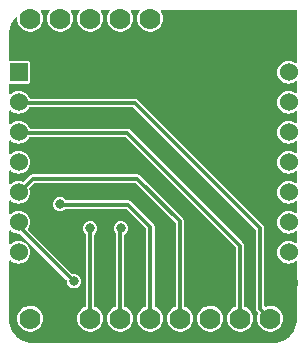
<source format=gbr>
%TF.GenerationSoftware,KiCad,Pcbnew,8.0.2*%
%TF.CreationDate,2024-05-28T14:09:15+02:00*%
%TF.ProjectId,Lora_2__BUS,4c6f7261-5f32-45fb-9542-55532e6b6963,rev?*%
%TF.SameCoordinates,Original*%
%TF.FileFunction,Copper,L2,Bot*%
%TF.FilePolarity,Positive*%
%FSLAX46Y46*%
G04 Gerber Fmt 4.6, Leading zero omitted, Abs format (unit mm)*
G04 Created by KiCad (PCBNEW 8.0.2) date 2024-05-28 14:09:15*
%MOMM*%
%LPD*%
G01*
G04 APERTURE LIST*
%TA.AperFunction,ComponentPad*%
%ADD10C,1.778000*%
%TD*%
%TA.AperFunction,ComponentPad*%
%ADD11R,1.524000X1.524000*%
%TD*%
%TA.AperFunction,ComponentPad*%
%ADD12C,1.524000*%
%TD*%
%TA.AperFunction,ViaPad*%
%ADD13C,0.800000*%
%TD*%
%TA.AperFunction,Conductor*%
%ADD14C,0.200000*%
%TD*%
%TA.AperFunction,Conductor*%
%ADD15C,0.300000*%
%TD*%
G04 APERTURE END LIST*
D10*
%TO.P,LoRA_breakout1,0,G0*%
%TO.N,/DIO_1*%
X126728000Y-107057000D03*
%TO.P,LoRA_breakout1,1,G1*%
%TO.N,unconnected-(LoRA_breakout1-G1-Pad1)*%
X119108000Y-81657000D03*
%TO.P,LoRA_breakout1,2,G2*%
%TO.N,unconnected-(LoRA_breakout1-G2-Pad2)*%
X121648000Y-81657000D03*
%TO.P,LoRA_breakout1,3,G3*%
%TO.N,unconnected-(LoRA_breakout1-G3-Pad3)*%
X124188000Y-81657000D03*
%TO.P,LoRA_breakout1,4,G4*%
%TO.N,unconnected-(LoRA_breakout1-G4-Pad4)*%
X126728000Y-81657000D03*
%TO.P,LoRA_breakout1,5,G5*%
%TO.N,unconnected-(LoRA_breakout1-G5-Pad5)*%
X129268000Y-81657000D03*
%TO.P,LoRA_breakout1,6,Vin*%
%TO.N,/5V*%
X119108000Y-107057000D03*
%TO.P,LoRA_breakout1,7,GND*%
%TO.N,/GND*%
X121648000Y-107057000D03*
%TO.P,LoRA_breakout1,8,EN*%
%TO.N,/DIO_0*%
X124188000Y-107057000D03*
%TO.P,LoRA_breakout1,9,SCK*%
%TO.N,/SCK*%
X129268000Y-107057000D03*
%TO.P,LoRA_breakout1,10,MISO*%
%TO.N,/MISO*%
X131808000Y-107057000D03*
%TO.P,LoRA_breakout1,11,MOSI*%
%TO.N,/MOSI*%
X134348000Y-107057000D03*
%TO.P,LoRA_breakout1,12,CS*%
%TO.N,/CS*%
X136888000Y-107057000D03*
%TO.P,LoRA_breakout1,13,RST*%
%TO.N,/RST*%
X139428000Y-107057000D03*
%TD*%
D11*
%TO.P,MikroBUS_adapter1,1,AN*%
%TO.N,unconnected-(MikroBUS_adapter1-AN-Pad1)*%
X118130800Y-86183200D03*
D12*
%TO.P,MikroBUS_adapter1,2,RST*%
%TO.N,/RST*%
X118130800Y-88723200D03*
%TO.P,MikroBUS_adapter1,3,CS*%
%TO.N,/CS*%
X118130800Y-91263200D03*
%TO.P,MikroBUS_adapter1,4,SCK*%
%TO.N,/SCK*%
X118130800Y-93803200D03*
%TO.P,MikroBUS_adapter1,5,MISO*%
%TO.N,/MISO*%
X118130800Y-96343200D03*
%TO.P,MikroBUS_adapter1,6,MOSI*%
%TO.N,/MOSI*%
X118130800Y-98883200D03*
%TO.P,MikroBUS_adapter1,7,3.3V*%
%TO.N,unconnected-(MikroBUS_adapter1-3.3V-Pad7)*%
X118130800Y-101423200D03*
%TO.P,MikroBUS_adapter1,8,GND*%
%TO.N,/GND*%
X118130800Y-103963200D03*
%TO.P,MikroBUS_adapter1,9,PWM_DIO*%
%TO.N,/DIO_0*%
X140992000Y-86183200D03*
%TO.P,MikroBUS_adapter1,10,INT_DIO*%
%TO.N,/DIO_1*%
X140992000Y-88723200D03*
%TO.P,MikroBUS_adapter1,11,Rx*%
%TO.N,unconnected-(MikroBUS_adapter1-Rx-Pad11)*%
X140992000Y-91263200D03*
%TO.P,MikroBUS_adapter1,12,Tx*%
%TO.N,unconnected-(MikroBUS_adapter1-Tx-Pad12)*%
X140992000Y-93803200D03*
%TO.P,MikroBUS_adapter1,13,SCL*%
%TO.N,unconnected-(MikroBUS_adapter1-SCL-Pad13)*%
X140992000Y-96343200D03*
%TO.P,MikroBUS_adapter1,14,SDA*%
%TO.N,unconnected-(MikroBUS_adapter1-SDA-Pad14)*%
X140992000Y-98883200D03*
%TO.P,MikroBUS_adapter1,15,5V*%
%TO.N,/5V*%
X140992000Y-101423200D03*
%TO.P,MikroBUS_adapter1,16,GND*%
%TO.N,/GND*%
X140992000Y-103992000D03*
%TD*%
D13*
%TO.N,/DIO_1*%
X126792000Y-99392000D03*
%TO.N,/SCK*%
X121631400Y-97352600D03*
%TO.N,/GND*%
X121682000Y-89992000D03*
X121682000Y-93192000D03*
X121682000Y-99482000D03*
%TO.N,/MOSI*%
X122792000Y-103892000D03*
%TO.N,/DIO_0*%
X124192000Y-99392000D03*
%TD*%
D14*
%TO.N,/DIO_1*%
X126792000Y-99392000D02*
X126728000Y-99456000D01*
D15*
X126728000Y-99456000D02*
X126728000Y-107062000D01*
%TO.N,/RST*%
X138592000Y-99392000D02*
X138592000Y-106221000D01*
X138592000Y-106221000D02*
X139428000Y-107057000D01*
X118130800Y-88772000D02*
X127972000Y-88772000D01*
X127972000Y-88772000D02*
X138592000Y-99392000D01*
D14*
%TO.N,/SCK*%
X121631400Y-97352600D02*
X121670800Y-97392000D01*
D15*
X127392000Y-97392000D02*
X129292000Y-99292000D01*
D14*
X129292000Y-107033000D02*
X129268000Y-107057000D01*
D15*
X129292000Y-99292000D02*
X129292000Y-107033000D01*
X121670800Y-97392000D02*
X127392000Y-97392000D01*
%TO.N,/MOSI*%
X122792000Y-103892000D02*
X118130800Y-99230800D01*
D14*
X118130800Y-99230800D02*
X118130800Y-98932000D01*
D15*
%TO.N,/MISO*%
X131808000Y-107057000D02*
X131808000Y-98808000D01*
X128192000Y-95192000D02*
X119330800Y-95192000D01*
X119330800Y-95192000D02*
X118130800Y-96392000D01*
X131808000Y-98808000D02*
X128192000Y-95192000D01*
%TO.N,/DIO_0*%
X124192000Y-99392000D02*
X124188000Y-99396000D01*
X124188000Y-99396000D02*
X124188000Y-107062000D01*
%TO.N,/CS*%
X136888000Y-107057000D02*
X136888000Y-100888000D01*
X127312000Y-91312000D02*
X118130800Y-91312000D01*
X136888000Y-100888000D02*
X127312000Y-91312000D01*
%TD*%
%TA.AperFunction,Conductor*%
%TO.N,/GND*%
G36*
X120723213Y-80906407D02*
G01*
X120759177Y-80955907D01*
X120759177Y-81017093D01*
X120744027Y-81046158D01*
X120728917Y-81066167D01*
X120717721Y-81080993D01*
X120717716Y-81081002D01*
X120627720Y-81261738D01*
X120627719Y-81261741D01*
X120572462Y-81455947D01*
X120553832Y-81657000D01*
X120572462Y-81858053D01*
X120627719Y-82052259D01*
X120717720Y-82233005D01*
X120839400Y-82394136D01*
X120988616Y-82530165D01*
X121160287Y-82636459D01*
X121348567Y-82709399D01*
X121547043Y-82746500D01*
X121748957Y-82746500D01*
X121947433Y-82709399D01*
X122135713Y-82636459D01*
X122307384Y-82530165D01*
X122456600Y-82394136D01*
X122578280Y-82233005D01*
X122668281Y-82052259D01*
X122723538Y-81858053D01*
X122742168Y-81657000D01*
X122723538Y-81455947D01*
X122668281Y-81261741D01*
X122578280Y-81080995D01*
X122551973Y-81046159D01*
X122531995Y-80988329D01*
X122549824Y-80929799D01*
X122598651Y-80892927D01*
X122630978Y-80887500D01*
X123205022Y-80887500D01*
X123263213Y-80906407D01*
X123299177Y-80955907D01*
X123299177Y-81017093D01*
X123284027Y-81046158D01*
X123268917Y-81066167D01*
X123257721Y-81080993D01*
X123257716Y-81081002D01*
X123167720Y-81261738D01*
X123167719Y-81261741D01*
X123112462Y-81455947D01*
X123093832Y-81657000D01*
X123112462Y-81858053D01*
X123167719Y-82052259D01*
X123257720Y-82233005D01*
X123379400Y-82394136D01*
X123528616Y-82530165D01*
X123700287Y-82636459D01*
X123888567Y-82709399D01*
X124087043Y-82746500D01*
X124288957Y-82746500D01*
X124487433Y-82709399D01*
X124675713Y-82636459D01*
X124847384Y-82530165D01*
X124996600Y-82394136D01*
X125118280Y-82233005D01*
X125208281Y-82052259D01*
X125263538Y-81858053D01*
X125282168Y-81657000D01*
X125263538Y-81455947D01*
X125208281Y-81261741D01*
X125118280Y-81080995D01*
X125091973Y-81046159D01*
X125071995Y-80988329D01*
X125089824Y-80929799D01*
X125138651Y-80892927D01*
X125170978Y-80887500D01*
X125745022Y-80887500D01*
X125803213Y-80906407D01*
X125839177Y-80955907D01*
X125839177Y-81017093D01*
X125824027Y-81046158D01*
X125808917Y-81066167D01*
X125797721Y-81080993D01*
X125797716Y-81081002D01*
X125707720Y-81261738D01*
X125707719Y-81261741D01*
X125652462Y-81455947D01*
X125633832Y-81657000D01*
X125652462Y-81858053D01*
X125707719Y-82052259D01*
X125797720Y-82233005D01*
X125919400Y-82394136D01*
X126068616Y-82530165D01*
X126240287Y-82636459D01*
X126428567Y-82709399D01*
X126627043Y-82746500D01*
X126828957Y-82746500D01*
X127027433Y-82709399D01*
X127215713Y-82636459D01*
X127387384Y-82530165D01*
X127536600Y-82394136D01*
X127658280Y-82233005D01*
X127748281Y-82052259D01*
X127803538Y-81858053D01*
X127822168Y-81657000D01*
X127803538Y-81455947D01*
X127748281Y-81261741D01*
X127658280Y-81080995D01*
X127631973Y-81046159D01*
X127611995Y-80988329D01*
X127629824Y-80929799D01*
X127678651Y-80892927D01*
X127710978Y-80887500D01*
X128285022Y-80887500D01*
X128343213Y-80906407D01*
X128379177Y-80955907D01*
X128379177Y-81017093D01*
X128364027Y-81046158D01*
X128348917Y-81066167D01*
X128337721Y-81080993D01*
X128337716Y-81081002D01*
X128247720Y-81261738D01*
X128247719Y-81261741D01*
X128192462Y-81455947D01*
X128173832Y-81657000D01*
X128192462Y-81858053D01*
X128247719Y-82052259D01*
X128337720Y-82233005D01*
X128459400Y-82394136D01*
X128608616Y-82530165D01*
X128780287Y-82636459D01*
X128968567Y-82709399D01*
X129167043Y-82746500D01*
X129368957Y-82746500D01*
X129567433Y-82709399D01*
X129755713Y-82636459D01*
X129927384Y-82530165D01*
X130076600Y-82394136D01*
X130198280Y-82233005D01*
X130288281Y-82052259D01*
X130343538Y-81858053D01*
X130362168Y-81657000D01*
X130343538Y-81455947D01*
X130288281Y-81261741D01*
X130198280Y-81080995D01*
X130171973Y-81046159D01*
X130151995Y-80988329D01*
X130169824Y-80929799D01*
X130218651Y-80892927D01*
X130250978Y-80887500D01*
X141622500Y-80887500D01*
X141680691Y-80906407D01*
X141716655Y-80955907D01*
X141721500Y-80986500D01*
X141721500Y-85327434D01*
X141702593Y-85385625D01*
X141653093Y-85421589D01*
X141591907Y-85421589D01*
X141559696Y-85403963D01*
X141529328Y-85379041D01*
X141529326Y-85379040D01*
X141529324Y-85379038D01*
X141432780Y-85327434D01*
X141362120Y-85289665D01*
X141362115Y-85289663D01*
X141180683Y-85234626D01*
X141180678Y-85234625D01*
X140992003Y-85216043D01*
X140991997Y-85216043D01*
X140803321Y-85234625D01*
X140803316Y-85234626D01*
X140621884Y-85289663D01*
X140621879Y-85289665D01*
X140454681Y-85379035D01*
X140454671Y-85379041D01*
X140308121Y-85499313D01*
X140308113Y-85499321D01*
X140187841Y-85645871D01*
X140187835Y-85645881D01*
X140098465Y-85813079D01*
X140098463Y-85813084D01*
X140043426Y-85994516D01*
X140043425Y-85994521D01*
X140024843Y-86183196D01*
X140024843Y-86183203D01*
X140043425Y-86371878D01*
X140043426Y-86371883D01*
X140098463Y-86553315D01*
X140098465Y-86553320D01*
X140166797Y-86681159D01*
X140187838Y-86720524D01*
X140308117Y-86867083D01*
X140454676Y-86987362D01*
X140621885Y-87076737D01*
X140748280Y-87115077D01*
X140803316Y-87131773D01*
X140803321Y-87131774D01*
X140991997Y-87150357D01*
X140992000Y-87150357D01*
X140992003Y-87150357D01*
X141180678Y-87131774D01*
X141180683Y-87131773D01*
X141362115Y-87076737D01*
X141529324Y-86987362D01*
X141559696Y-86962435D01*
X141616670Y-86940136D01*
X141675873Y-86955583D01*
X141714689Y-87002879D01*
X141721500Y-87038964D01*
X141721500Y-87867434D01*
X141702593Y-87925625D01*
X141653093Y-87961589D01*
X141591907Y-87961589D01*
X141559696Y-87943963D01*
X141529328Y-87919041D01*
X141529326Y-87919040D01*
X141529324Y-87919038D01*
X141432780Y-87867434D01*
X141362120Y-87829665D01*
X141362115Y-87829663D01*
X141180683Y-87774626D01*
X141180678Y-87774625D01*
X140992003Y-87756043D01*
X140991997Y-87756043D01*
X140803321Y-87774625D01*
X140803316Y-87774626D01*
X140621884Y-87829663D01*
X140621879Y-87829665D01*
X140454681Y-87919035D01*
X140454671Y-87919041D01*
X140308121Y-88039313D01*
X140308113Y-88039321D01*
X140187841Y-88185871D01*
X140187835Y-88185881D01*
X140098465Y-88353079D01*
X140098463Y-88353084D01*
X140043426Y-88534516D01*
X140043425Y-88534521D01*
X140024843Y-88723196D01*
X140024843Y-88723203D01*
X140043425Y-88911878D01*
X140043426Y-88911883D01*
X140098463Y-89093315D01*
X140098465Y-89093320D01*
X140129561Y-89151496D01*
X140187838Y-89260524D01*
X140308117Y-89407083D01*
X140454676Y-89527362D01*
X140621885Y-89616737D01*
X140748280Y-89655077D01*
X140803316Y-89671773D01*
X140803321Y-89671774D01*
X140991997Y-89690357D01*
X140992000Y-89690357D01*
X140992003Y-89690357D01*
X141180678Y-89671774D01*
X141180683Y-89671773D01*
X141362115Y-89616737D01*
X141529324Y-89527362D01*
X141559696Y-89502435D01*
X141616670Y-89480136D01*
X141675873Y-89495583D01*
X141714689Y-89542879D01*
X141721500Y-89578964D01*
X141721500Y-90407434D01*
X141702593Y-90465625D01*
X141653093Y-90501589D01*
X141591907Y-90501589D01*
X141559696Y-90483963D01*
X141529328Y-90459041D01*
X141529326Y-90459040D01*
X141529324Y-90459038D01*
X141432780Y-90407434D01*
X141362120Y-90369665D01*
X141362115Y-90369663D01*
X141180683Y-90314626D01*
X141180678Y-90314625D01*
X140992003Y-90296043D01*
X140991997Y-90296043D01*
X140803321Y-90314625D01*
X140803316Y-90314626D01*
X140621884Y-90369663D01*
X140621879Y-90369665D01*
X140454681Y-90459035D01*
X140454671Y-90459041D01*
X140308121Y-90579313D01*
X140308113Y-90579321D01*
X140187841Y-90725871D01*
X140187835Y-90725881D01*
X140098465Y-90893079D01*
X140098463Y-90893084D01*
X140043426Y-91074516D01*
X140043425Y-91074521D01*
X140024843Y-91263196D01*
X140024843Y-91263203D01*
X140043425Y-91451878D01*
X140043426Y-91451883D01*
X140098463Y-91633315D01*
X140098465Y-91633320D01*
X140129561Y-91691496D01*
X140187838Y-91800524D01*
X140308117Y-91947083D01*
X140454676Y-92067362D01*
X140621885Y-92156737D01*
X140748280Y-92195077D01*
X140803316Y-92211773D01*
X140803321Y-92211774D01*
X140991997Y-92230357D01*
X140992000Y-92230357D01*
X140992003Y-92230357D01*
X141180678Y-92211774D01*
X141180683Y-92211773D01*
X141362115Y-92156737D01*
X141529324Y-92067362D01*
X141559696Y-92042435D01*
X141616670Y-92020136D01*
X141675873Y-92035583D01*
X141714689Y-92082879D01*
X141721500Y-92118964D01*
X141721500Y-92947434D01*
X141702593Y-93005625D01*
X141653093Y-93041589D01*
X141591907Y-93041589D01*
X141559696Y-93023963D01*
X141529328Y-92999041D01*
X141529326Y-92999040D01*
X141529324Y-92999038D01*
X141432780Y-92947434D01*
X141362120Y-92909665D01*
X141362115Y-92909663D01*
X141180683Y-92854626D01*
X141180678Y-92854625D01*
X140992003Y-92836043D01*
X140991997Y-92836043D01*
X140803321Y-92854625D01*
X140803316Y-92854626D01*
X140621884Y-92909663D01*
X140621879Y-92909665D01*
X140454681Y-92999035D01*
X140454671Y-92999041D01*
X140308121Y-93119313D01*
X140308113Y-93119321D01*
X140187841Y-93265871D01*
X140187835Y-93265881D01*
X140098465Y-93433079D01*
X140098463Y-93433084D01*
X140043426Y-93614516D01*
X140043425Y-93614521D01*
X140024843Y-93803196D01*
X140024843Y-93803203D01*
X140043425Y-93991878D01*
X140043426Y-93991883D01*
X140098463Y-94173315D01*
X140098465Y-94173320D01*
X140166797Y-94301159D01*
X140187838Y-94340524D01*
X140308117Y-94487083D01*
X140454676Y-94607362D01*
X140621885Y-94696737D01*
X140748280Y-94735077D01*
X140803316Y-94751773D01*
X140803321Y-94751774D01*
X140991997Y-94770357D01*
X140992000Y-94770357D01*
X140992003Y-94770357D01*
X141180678Y-94751774D01*
X141180683Y-94751773D01*
X141362115Y-94696737D01*
X141529324Y-94607362D01*
X141559696Y-94582435D01*
X141616670Y-94560136D01*
X141675873Y-94575583D01*
X141714689Y-94622879D01*
X141721500Y-94658964D01*
X141721500Y-95487434D01*
X141702593Y-95545625D01*
X141653093Y-95581589D01*
X141591907Y-95581589D01*
X141559696Y-95563963D01*
X141529328Y-95539041D01*
X141529326Y-95539040D01*
X141529324Y-95539038D01*
X141432780Y-95487434D01*
X141362120Y-95449665D01*
X141362115Y-95449663D01*
X141180683Y-95394626D01*
X141180678Y-95394625D01*
X140992003Y-95376043D01*
X140991997Y-95376043D01*
X140803321Y-95394625D01*
X140803316Y-95394626D01*
X140621884Y-95449663D01*
X140621879Y-95449665D01*
X140454681Y-95539035D01*
X140454671Y-95539041D01*
X140308121Y-95659313D01*
X140308113Y-95659321D01*
X140187841Y-95805871D01*
X140187835Y-95805881D01*
X140098465Y-95973079D01*
X140098463Y-95973084D01*
X140043426Y-96154516D01*
X140043425Y-96154521D01*
X140024843Y-96343196D01*
X140024843Y-96343203D01*
X140043425Y-96531878D01*
X140043426Y-96531883D01*
X140098463Y-96713315D01*
X140098465Y-96713320D01*
X140166797Y-96841159D01*
X140187838Y-96880524D01*
X140308117Y-97027083D01*
X140454676Y-97147362D01*
X140621885Y-97236737D01*
X140748280Y-97275077D01*
X140803316Y-97291773D01*
X140803321Y-97291774D01*
X140991997Y-97310357D01*
X140992000Y-97310357D01*
X140992003Y-97310357D01*
X141180678Y-97291774D01*
X141180683Y-97291773D01*
X141362115Y-97236737D01*
X141529324Y-97147362D01*
X141559696Y-97122435D01*
X141616670Y-97100136D01*
X141675873Y-97115583D01*
X141714689Y-97162879D01*
X141721500Y-97198964D01*
X141721500Y-98027434D01*
X141702593Y-98085625D01*
X141653093Y-98121589D01*
X141591907Y-98121589D01*
X141559696Y-98103963D01*
X141529328Y-98079041D01*
X141529326Y-98079040D01*
X141529324Y-98079038D01*
X141432780Y-98027434D01*
X141362120Y-97989665D01*
X141362115Y-97989663D01*
X141180683Y-97934626D01*
X141180678Y-97934625D01*
X140992003Y-97916043D01*
X140991997Y-97916043D01*
X140803321Y-97934625D01*
X140803316Y-97934626D01*
X140621884Y-97989663D01*
X140621879Y-97989665D01*
X140454681Y-98079035D01*
X140454671Y-98079041D01*
X140308121Y-98199313D01*
X140308113Y-98199321D01*
X140187841Y-98345871D01*
X140187835Y-98345881D01*
X140098465Y-98513079D01*
X140098463Y-98513084D01*
X140043426Y-98694516D01*
X140043425Y-98694521D01*
X140024843Y-98883196D01*
X140024843Y-98883203D01*
X140043425Y-99071878D01*
X140043426Y-99071883D01*
X140098463Y-99253315D01*
X140098465Y-99253320D01*
X140147927Y-99345856D01*
X140187838Y-99420524D01*
X140308117Y-99567083D01*
X140454676Y-99687362D01*
X140621885Y-99776737D01*
X140736752Y-99811581D01*
X140803316Y-99831773D01*
X140803321Y-99831774D01*
X140991997Y-99850357D01*
X140992000Y-99850357D01*
X140992003Y-99850357D01*
X141180678Y-99831774D01*
X141180683Y-99831773D01*
X141183703Y-99830857D01*
X141362115Y-99776737D01*
X141529324Y-99687362D01*
X141559696Y-99662435D01*
X141616670Y-99640136D01*
X141675873Y-99655583D01*
X141714689Y-99702879D01*
X141721500Y-99738964D01*
X141721500Y-100567434D01*
X141702593Y-100625625D01*
X141653093Y-100661589D01*
X141591907Y-100661589D01*
X141559696Y-100643963D01*
X141529328Y-100619041D01*
X141529326Y-100619040D01*
X141529324Y-100619038D01*
X141432780Y-100567434D01*
X141362120Y-100529665D01*
X141362115Y-100529663D01*
X141180683Y-100474626D01*
X141180678Y-100474625D01*
X140992003Y-100456043D01*
X140991997Y-100456043D01*
X140803321Y-100474625D01*
X140803316Y-100474626D01*
X140621884Y-100529663D01*
X140621879Y-100529665D01*
X140454681Y-100619035D01*
X140454671Y-100619041D01*
X140308121Y-100739313D01*
X140308113Y-100739321D01*
X140187841Y-100885871D01*
X140187835Y-100885881D01*
X140098465Y-101053079D01*
X140098463Y-101053084D01*
X140043426Y-101234516D01*
X140043425Y-101234521D01*
X140024843Y-101423196D01*
X140024843Y-101423203D01*
X140043425Y-101611878D01*
X140043426Y-101611883D01*
X140098463Y-101793315D01*
X140098465Y-101793320D01*
X140166797Y-101921159D01*
X140187838Y-101960524D01*
X140308117Y-102107083D01*
X140454676Y-102227362D01*
X140621885Y-102316737D01*
X140748280Y-102355077D01*
X140803316Y-102371773D01*
X140803321Y-102371774D01*
X140991997Y-102390357D01*
X140992000Y-102390357D01*
X140992003Y-102390357D01*
X141180678Y-102371774D01*
X141180683Y-102371773D01*
X141362115Y-102316737D01*
X141529324Y-102227362D01*
X141559696Y-102202435D01*
X141616670Y-102180136D01*
X141675873Y-102195583D01*
X141714689Y-102242879D01*
X141721500Y-102278964D01*
X141721500Y-107053759D01*
X141721288Y-107060234D01*
X141704476Y-107316730D01*
X141702786Y-107329569D01*
X141653271Y-107578498D01*
X141649919Y-107591007D01*
X141568335Y-107831344D01*
X141563379Y-107843307D01*
X141451130Y-108070926D01*
X141444655Y-108082142D01*
X141303647Y-108293175D01*
X141295764Y-108303448D01*
X141128422Y-108494265D01*
X141119265Y-108503422D01*
X140928448Y-108670764D01*
X140918175Y-108678647D01*
X140707142Y-108819655D01*
X140695926Y-108826130D01*
X140468307Y-108938379D01*
X140456344Y-108943335D01*
X140216007Y-109024919D01*
X140203498Y-109028271D01*
X139954569Y-109077786D01*
X139941730Y-109079476D01*
X139685235Y-109096288D01*
X139678760Y-109096500D01*
X119365240Y-109096500D01*
X119358765Y-109096288D01*
X119102269Y-109079476D01*
X119089430Y-109077786D01*
X118840501Y-109028271D01*
X118827992Y-109024919D01*
X118587655Y-108943335D01*
X118575692Y-108938379D01*
X118348073Y-108826130D01*
X118336857Y-108819655D01*
X118125824Y-108678647D01*
X118115551Y-108670764D01*
X117924734Y-108503422D01*
X117915577Y-108494265D01*
X117748235Y-108303448D01*
X117740352Y-108293175D01*
X117599344Y-108082142D01*
X117592869Y-108070926D01*
X117480620Y-107843307D01*
X117475664Y-107831344D01*
X117394078Y-107591002D01*
X117390728Y-107578498D01*
X117341213Y-107329569D01*
X117339523Y-107316730D01*
X117335677Y-107258053D01*
X117322712Y-107060234D01*
X117322606Y-107057000D01*
X118013832Y-107057000D01*
X118032462Y-107258053D01*
X118087719Y-107452259D01*
X118177720Y-107633005D01*
X118299400Y-107794136D01*
X118448616Y-107930165D01*
X118620287Y-108036459D01*
X118808567Y-108109399D01*
X119007043Y-108146500D01*
X119208957Y-108146500D01*
X119407433Y-108109399D01*
X119595713Y-108036459D01*
X119767384Y-107930165D01*
X119916600Y-107794136D01*
X120038280Y-107633005D01*
X120128281Y-107452259D01*
X120183538Y-107258053D01*
X120202168Y-107057000D01*
X123093832Y-107057000D01*
X123112462Y-107258053D01*
X123167719Y-107452259D01*
X123257720Y-107633005D01*
X123379400Y-107794136D01*
X123528616Y-107930165D01*
X123700287Y-108036459D01*
X123888567Y-108109399D01*
X124087043Y-108146500D01*
X124288957Y-108146500D01*
X124487433Y-108109399D01*
X124675713Y-108036459D01*
X124847384Y-107930165D01*
X124996600Y-107794136D01*
X125118280Y-107633005D01*
X125208281Y-107452259D01*
X125263538Y-107258053D01*
X125282168Y-107057000D01*
X125633832Y-107057000D01*
X125652462Y-107258053D01*
X125707719Y-107452259D01*
X125797720Y-107633005D01*
X125919400Y-107794136D01*
X126068616Y-107930165D01*
X126240287Y-108036459D01*
X126428567Y-108109399D01*
X126627043Y-108146500D01*
X126828957Y-108146500D01*
X127027433Y-108109399D01*
X127215713Y-108036459D01*
X127387384Y-107930165D01*
X127536600Y-107794136D01*
X127658280Y-107633005D01*
X127748281Y-107452259D01*
X127803538Y-107258053D01*
X127822168Y-107057000D01*
X127803538Y-106855947D01*
X127748281Y-106661741D01*
X127658280Y-106480995D01*
X127536600Y-106319864D01*
X127387384Y-106183835D01*
X127215713Y-106077541D01*
X127215709Y-106077539D01*
X127215707Y-106077538D01*
X127141736Y-106048881D01*
X127094305Y-106010229D01*
X127078500Y-105956567D01*
X127078500Y-99977896D01*
X127097407Y-99919705D01*
X127117233Y-99899354D01*
X127220282Y-99820282D01*
X127316536Y-99694841D01*
X127377044Y-99548762D01*
X127397682Y-99392000D01*
X127377044Y-99235238D01*
X127352833Y-99176788D01*
X127316537Y-99089161D01*
X127316537Y-99089160D01*
X127220286Y-98963723D01*
X127220285Y-98963722D01*
X127220282Y-98963718D01*
X127220277Y-98963714D01*
X127220276Y-98963713D01*
X127149104Y-98909101D01*
X127094841Y-98867464D01*
X127094840Y-98867463D01*
X127094838Y-98867462D01*
X126948766Y-98806957D01*
X126948758Y-98806955D01*
X126792001Y-98786318D01*
X126791999Y-98786318D01*
X126635241Y-98806955D01*
X126635233Y-98806957D01*
X126489161Y-98867462D01*
X126489160Y-98867462D01*
X126363723Y-98963713D01*
X126363713Y-98963723D01*
X126267462Y-99089160D01*
X126267462Y-99089161D01*
X126206957Y-99235233D01*
X126206955Y-99235241D01*
X126186318Y-99391999D01*
X126186318Y-99392000D01*
X126206955Y-99548758D01*
X126206957Y-99548766D01*
X126267462Y-99694838D01*
X126267463Y-99694839D01*
X126267464Y-99694841D01*
X126330304Y-99776736D01*
X126357042Y-99811581D01*
X126377466Y-99869256D01*
X126377500Y-99871848D01*
X126377500Y-105956567D01*
X126358593Y-106014758D01*
X126314264Y-106048881D01*
X126240292Y-106077538D01*
X126240289Y-106077540D01*
X126068613Y-106183837D01*
X125919400Y-106319863D01*
X125797721Y-106480993D01*
X125797716Y-106481002D01*
X125718965Y-106639156D01*
X125707719Y-106661741D01*
X125652462Y-106855947D01*
X125633832Y-107057000D01*
X125282168Y-107057000D01*
X125263538Y-106855947D01*
X125208281Y-106661741D01*
X125118280Y-106480995D01*
X124996600Y-106319864D01*
X124847384Y-106183835D01*
X124675713Y-106077541D01*
X124675709Y-106077539D01*
X124675707Y-106077538D01*
X124601736Y-106048881D01*
X124554305Y-106010229D01*
X124538500Y-105956567D01*
X124538500Y-99931856D01*
X124557407Y-99873665D01*
X124577227Y-99853318D01*
X124620282Y-99820282D01*
X124716536Y-99694841D01*
X124777044Y-99548762D01*
X124797682Y-99392000D01*
X124777044Y-99235238D01*
X124752833Y-99176788D01*
X124716537Y-99089161D01*
X124716537Y-99089160D01*
X124620286Y-98963723D01*
X124620285Y-98963722D01*
X124620282Y-98963718D01*
X124620277Y-98963714D01*
X124620276Y-98963713D01*
X124549104Y-98909101D01*
X124494841Y-98867464D01*
X124494840Y-98867463D01*
X124494838Y-98867462D01*
X124348766Y-98806957D01*
X124348758Y-98806955D01*
X124192001Y-98786318D01*
X124191999Y-98786318D01*
X124035241Y-98806955D01*
X124035233Y-98806957D01*
X123889161Y-98867462D01*
X123889160Y-98867462D01*
X123763723Y-98963713D01*
X123763713Y-98963723D01*
X123667462Y-99089160D01*
X123667462Y-99089161D01*
X123606957Y-99235233D01*
X123606955Y-99235241D01*
X123586318Y-99391999D01*
X123586318Y-99392000D01*
X123606955Y-99548758D01*
X123606957Y-99548766D01*
X123667462Y-99694838D01*
X123667462Y-99694839D01*
X123763713Y-99820276D01*
X123763718Y-99820282D01*
X123798767Y-99847175D01*
X123833423Y-99897598D01*
X123837500Y-99925717D01*
X123837500Y-105956567D01*
X123818593Y-106014758D01*
X123774264Y-106048881D01*
X123700292Y-106077538D01*
X123700289Y-106077540D01*
X123528613Y-106183837D01*
X123379400Y-106319863D01*
X123257721Y-106480993D01*
X123257716Y-106481002D01*
X123178965Y-106639156D01*
X123167719Y-106661741D01*
X123112462Y-106855947D01*
X123093832Y-107057000D01*
X120202168Y-107057000D01*
X120183538Y-106855947D01*
X120128281Y-106661741D01*
X120038280Y-106480995D01*
X119916600Y-106319864D01*
X119767384Y-106183835D01*
X119595713Y-106077541D01*
X119407433Y-106004601D01*
X119407432Y-106004600D01*
X119407430Y-106004600D01*
X119208957Y-105967500D01*
X119007043Y-105967500D01*
X118808569Y-106004600D01*
X118757501Y-106024384D01*
X118620287Y-106077541D01*
X118448616Y-106183835D01*
X118448613Y-106183837D01*
X118299400Y-106319863D01*
X118177721Y-106480993D01*
X118177716Y-106481002D01*
X118098965Y-106639156D01*
X118087719Y-106661741D01*
X118032462Y-106855947D01*
X118013832Y-107057000D01*
X117322606Y-107057000D01*
X117322500Y-107053759D01*
X117322500Y-102214294D01*
X117341407Y-102156103D01*
X117390907Y-102120139D01*
X117452093Y-102120139D01*
X117484303Y-102137765D01*
X117593476Y-102227362D01*
X117760685Y-102316737D01*
X117887080Y-102355077D01*
X117942116Y-102371773D01*
X117942121Y-102371774D01*
X118130797Y-102390357D01*
X118130800Y-102390357D01*
X118130803Y-102390357D01*
X118319478Y-102371774D01*
X118319483Y-102371773D01*
X118500915Y-102316737D01*
X118668124Y-102227362D01*
X118814683Y-102107083D01*
X118934962Y-101960524D01*
X119024337Y-101793315D01*
X119079373Y-101611883D01*
X119079374Y-101611878D01*
X119097957Y-101423203D01*
X119097957Y-101423196D01*
X119079374Y-101234521D01*
X119079373Y-101234516D01*
X119062677Y-101179480D01*
X119024337Y-101053085D01*
X118934962Y-100885876D01*
X118814683Y-100739317D01*
X118684046Y-100632105D01*
X118668128Y-100619041D01*
X118668126Y-100619040D01*
X118668124Y-100619038D01*
X118571580Y-100567434D01*
X118500920Y-100529665D01*
X118500915Y-100529663D01*
X118319483Y-100474626D01*
X118319478Y-100474625D01*
X118130803Y-100456043D01*
X118130797Y-100456043D01*
X117942121Y-100474625D01*
X117942116Y-100474626D01*
X117760684Y-100529663D01*
X117760679Y-100529665D01*
X117593481Y-100619035D01*
X117593471Y-100619041D01*
X117484305Y-100708633D01*
X117427329Y-100730933D01*
X117368126Y-100715485D01*
X117329310Y-100668188D01*
X117322500Y-100632105D01*
X117322500Y-99674294D01*
X117341407Y-99616103D01*
X117390907Y-99580139D01*
X117452093Y-99580139D01*
X117484303Y-99597765D01*
X117593476Y-99687362D01*
X117760685Y-99776737D01*
X117875552Y-99811581D01*
X117942116Y-99831773D01*
X117942121Y-99831774D01*
X118130797Y-99850357D01*
X118130800Y-99850357D01*
X118196969Y-99843839D01*
X118256731Y-99856950D01*
X118276676Y-99872358D01*
X122164593Y-103760274D01*
X122192370Y-103814791D01*
X122192742Y-103843199D01*
X122186318Y-103891997D01*
X122186318Y-103892000D01*
X122206955Y-104048758D01*
X122206957Y-104048766D01*
X122267462Y-104194838D01*
X122267462Y-104194839D01*
X122267464Y-104194841D01*
X122363718Y-104320282D01*
X122489159Y-104416536D01*
X122635238Y-104477044D01*
X122752809Y-104492522D01*
X122791999Y-104497682D01*
X122792000Y-104497682D01*
X122792001Y-104497682D01*
X122823352Y-104493554D01*
X122948762Y-104477044D01*
X123094841Y-104416536D01*
X123220282Y-104320282D01*
X123316536Y-104194841D01*
X123377044Y-104048762D01*
X123397682Y-103892000D01*
X123377044Y-103735238D01*
X123316537Y-103589161D01*
X123316537Y-103589160D01*
X123220286Y-103463723D01*
X123220285Y-103463722D01*
X123220282Y-103463718D01*
X123220277Y-103463714D01*
X123220276Y-103463713D01*
X123094838Y-103367462D01*
X122948766Y-103306957D01*
X122948758Y-103306955D01*
X122792001Y-103286318D01*
X122791998Y-103286318D01*
X122743199Y-103292742D01*
X122683038Y-103281591D01*
X122660274Y-103264593D01*
X118944844Y-99549163D01*
X118917067Y-99494646D01*
X118926638Y-99434214D01*
X118932539Y-99424147D01*
X118934951Y-99420537D01*
X118934962Y-99420524D01*
X119024337Y-99253315D01*
X119079373Y-99071883D01*
X119079374Y-99071878D01*
X119097957Y-98883203D01*
X119097957Y-98883196D01*
X119079374Y-98694521D01*
X119079373Y-98694516D01*
X119062677Y-98639480D01*
X119024337Y-98513085D01*
X118934962Y-98345876D01*
X118814683Y-98199317D01*
X118684046Y-98092105D01*
X118668128Y-98079041D01*
X118668126Y-98079040D01*
X118668124Y-98079038D01*
X118571580Y-98027434D01*
X118500920Y-97989665D01*
X118500915Y-97989663D01*
X118319483Y-97934626D01*
X118319478Y-97934625D01*
X118130803Y-97916043D01*
X118130797Y-97916043D01*
X117942121Y-97934625D01*
X117942116Y-97934626D01*
X117760684Y-97989663D01*
X117760679Y-97989665D01*
X117593481Y-98079035D01*
X117593471Y-98079041D01*
X117484305Y-98168633D01*
X117427329Y-98190933D01*
X117368126Y-98175485D01*
X117329310Y-98128188D01*
X117322500Y-98092105D01*
X117322500Y-97352599D01*
X121025718Y-97352599D01*
X121025718Y-97352600D01*
X121046355Y-97509358D01*
X121046357Y-97509366D01*
X121106862Y-97655438D01*
X121106862Y-97655439D01*
X121200324Y-97777241D01*
X121203118Y-97780882D01*
X121328559Y-97877136D01*
X121328560Y-97877136D01*
X121328561Y-97877137D01*
X121467352Y-97934626D01*
X121474638Y-97937644D01*
X121592209Y-97953122D01*
X121631399Y-97958282D01*
X121631400Y-97958282D01*
X121631401Y-97958282D01*
X121662752Y-97954154D01*
X121788162Y-97937644D01*
X121934241Y-97877136D01*
X122059682Y-97780882D01*
X122059688Y-97780873D01*
X122064270Y-97776293D01*
X122065218Y-97777241D01*
X122109839Y-97746576D01*
X122137955Y-97742500D01*
X127205810Y-97742500D01*
X127264001Y-97761407D01*
X127275814Y-97771496D01*
X128912504Y-99408186D01*
X128940281Y-99462703D01*
X128941500Y-99478190D01*
X128941500Y-105947269D01*
X128922593Y-106005460D01*
X128878264Y-106039583D01*
X128780292Y-106077538D01*
X128780289Y-106077540D01*
X128608613Y-106183837D01*
X128459400Y-106319863D01*
X128337721Y-106480993D01*
X128337716Y-106481002D01*
X128258965Y-106639156D01*
X128247719Y-106661741D01*
X128192462Y-106855947D01*
X128173832Y-107057000D01*
X128192462Y-107258053D01*
X128247719Y-107452259D01*
X128337720Y-107633005D01*
X128459400Y-107794136D01*
X128608616Y-107930165D01*
X128780287Y-108036459D01*
X128968567Y-108109399D01*
X129167043Y-108146500D01*
X129368957Y-108146500D01*
X129567433Y-108109399D01*
X129755713Y-108036459D01*
X129927384Y-107930165D01*
X130076600Y-107794136D01*
X130198280Y-107633005D01*
X130288281Y-107452259D01*
X130343538Y-107258053D01*
X130362168Y-107057000D01*
X130343538Y-106855947D01*
X130288281Y-106661741D01*
X130198280Y-106480995D01*
X130076600Y-106319864D01*
X129927384Y-106183835D01*
X129755713Y-106077541D01*
X129755709Y-106077539D01*
X129755707Y-106077538D01*
X129705736Y-106058179D01*
X129658305Y-106019527D01*
X129642500Y-105965865D01*
X129642500Y-99245857D01*
X129642500Y-99245856D01*
X129618614Y-99156712D01*
X129612393Y-99145937D01*
X129572470Y-99076788D01*
X127607212Y-97111530D01*
X127527288Y-97065386D01*
X127438144Y-97041500D01*
X127438142Y-97041500D01*
X122198420Y-97041500D01*
X122140229Y-97022593D01*
X122119878Y-97002767D01*
X122059686Y-96924323D01*
X122059685Y-96924322D01*
X122059682Y-96924318D01*
X122059677Y-96924314D01*
X122059676Y-96924313D01*
X121934238Y-96828062D01*
X121788166Y-96767557D01*
X121788158Y-96767555D01*
X121631401Y-96746918D01*
X121631399Y-96746918D01*
X121474641Y-96767555D01*
X121474633Y-96767557D01*
X121328561Y-96828062D01*
X121328560Y-96828062D01*
X121203123Y-96924313D01*
X121203113Y-96924323D01*
X121106862Y-97049760D01*
X121106862Y-97049761D01*
X121046357Y-97195833D01*
X121046355Y-97195841D01*
X121025718Y-97352599D01*
X117322500Y-97352599D01*
X117322500Y-97134294D01*
X117341407Y-97076103D01*
X117390907Y-97040139D01*
X117452093Y-97040139D01*
X117484303Y-97057765D01*
X117593476Y-97147362D01*
X117760685Y-97236737D01*
X117887080Y-97275077D01*
X117942116Y-97291773D01*
X117942121Y-97291774D01*
X118130797Y-97310357D01*
X118130800Y-97310357D01*
X118130803Y-97310357D01*
X118319478Y-97291774D01*
X118319483Y-97291773D01*
X118500915Y-97236737D01*
X118668124Y-97147362D01*
X118814683Y-97027083D01*
X118934962Y-96880524D01*
X119024337Y-96713315D01*
X119079373Y-96531883D01*
X119079374Y-96531878D01*
X119097957Y-96343203D01*
X119097957Y-96343196D01*
X119079374Y-96154521D01*
X119079373Y-96154516D01*
X119046463Y-96046026D01*
X119047664Y-95984852D01*
X119071197Y-95947284D01*
X119446986Y-95571496D01*
X119501502Y-95543719D01*
X119516989Y-95542500D01*
X128005810Y-95542500D01*
X128064001Y-95561407D01*
X128075814Y-95571496D01*
X131428504Y-98924185D01*
X131456281Y-98978702D01*
X131457500Y-98994189D01*
X131457500Y-105956567D01*
X131438593Y-106014758D01*
X131394264Y-106048881D01*
X131320292Y-106077538D01*
X131320289Y-106077540D01*
X131148613Y-106183837D01*
X130999400Y-106319863D01*
X130877721Y-106480993D01*
X130877716Y-106481002D01*
X130798965Y-106639156D01*
X130787719Y-106661741D01*
X130732462Y-106855947D01*
X130713832Y-107057000D01*
X130732462Y-107258053D01*
X130787719Y-107452259D01*
X130877720Y-107633005D01*
X130999400Y-107794136D01*
X131148616Y-107930165D01*
X131320287Y-108036459D01*
X131508567Y-108109399D01*
X131707043Y-108146500D01*
X131908957Y-108146500D01*
X132107433Y-108109399D01*
X132295713Y-108036459D01*
X132467384Y-107930165D01*
X132616600Y-107794136D01*
X132738280Y-107633005D01*
X132828281Y-107452259D01*
X132883538Y-107258053D01*
X132902168Y-107057000D01*
X133253832Y-107057000D01*
X133272462Y-107258053D01*
X133327719Y-107452259D01*
X133417720Y-107633005D01*
X133539400Y-107794136D01*
X133688616Y-107930165D01*
X133860287Y-108036459D01*
X134048567Y-108109399D01*
X134247043Y-108146500D01*
X134448957Y-108146500D01*
X134647433Y-108109399D01*
X134835713Y-108036459D01*
X135007384Y-107930165D01*
X135156600Y-107794136D01*
X135278280Y-107633005D01*
X135368281Y-107452259D01*
X135423538Y-107258053D01*
X135442168Y-107057000D01*
X135423538Y-106855947D01*
X135368281Y-106661741D01*
X135278280Y-106480995D01*
X135156600Y-106319864D01*
X135007384Y-106183835D01*
X134835713Y-106077541D01*
X134647433Y-106004601D01*
X134647432Y-106004600D01*
X134647430Y-106004600D01*
X134448957Y-105967500D01*
X134247043Y-105967500D01*
X134048569Y-106004600D01*
X133997501Y-106024384D01*
X133860287Y-106077541D01*
X133688616Y-106183835D01*
X133688613Y-106183837D01*
X133539400Y-106319863D01*
X133417721Y-106480993D01*
X133417716Y-106481002D01*
X133338965Y-106639156D01*
X133327719Y-106661741D01*
X133272462Y-106855947D01*
X133253832Y-107057000D01*
X132902168Y-107057000D01*
X132883538Y-106855947D01*
X132828281Y-106661741D01*
X132738280Y-106480995D01*
X132616600Y-106319864D01*
X132467384Y-106183835D01*
X132295713Y-106077541D01*
X132295709Y-106077539D01*
X132295707Y-106077538D01*
X132221736Y-106048881D01*
X132174305Y-106010229D01*
X132158500Y-105956567D01*
X132158500Y-98761857D01*
X132158500Y-98761856D01*
X132134614Y-98672712D01*
X132088469Y-98592788D01*
X132088468Y-98592787D01*
X132023212Y-98527530D01*
X132023212Y-98527531D01*
X128407212Y-94911530D01*
X128327288Y-94865386D01*
X128238144Y-94841500D01*
X119284656Y-94841500D01*
X119195512Y-94865386D01*
X119195511Y-94865386D01*
X119195509Y-94865387D01*
X119115589Y-94911529D01*
X119115587Y-94911531D01*
X118601597Y-95425519D01*
X118547081Y-95453296D01*
X118502856Y-95450252D01*
X118500915Y-95449663D01*
X118470706Y-95440499D01*
X118319483Y-95394626D01*
X118319478Y-95394625D01*
X118130803Y-95376043D01*
X118130797Y-95376043D01*
X117942121Y-95394625D01*
X117942116Y-95394626D01*
X117760684Y-95449663D01*
X117760679Y-95449665D01*
X117593481Y-95539035D01*
X117593471Y-95539041D01*
X117484305Y-95628633D01*
X117427329Y-95650933D01*
X117368126Y-95635485D01*
X117329310Y-95588188D01*
X117322500Y-95552105D01*
X117322500Y-94594294D01*
X117341407Y-94536103D01*
X117390907Y-94500139D01*
X117452093Y-94500139D01*
X117484303Y-94517765D01*
X117593476Y-94607362D01*
X117760685Y-94696737D01*
X117887080Y-94735077D01*
X117942116Y-94751773D01*
X117942121Y-94751774D01*
X118130797Y-94770357D01*
X118130800Y-94770357D01*
X118130803Y-94770357D01*
X118319478Y-94751774D01*
X118319483Y-94751773D01*
X118500915Y-94696737D01*
X118668124Y-94607362D01*
X118814683Y-94487083D01*
X118934962Y-94340524D01*
X119024337Y-94173315D01*
X119079373Y-93991883D01*
X119079374Y-93991878D01*
X119097957Y-93803203D01*
X119097957Y-93803196D01*
X119079374Y-93614521D01*
X119079373Y-93614516D01*
X119062677Y-93559480D01*
X119024337Y-93433085D01*
X118934962Y-93265876D01*
X118814683Y-93119317D01*
X118684046Y-93012105D01*
X118668128Y-92999041D01*
X118668126Y-92999040D01*
X118668124Y-92999038D01*
X118571580Y-92947434D01*
X118500920Y-92909665D01*
X118500915Y-92909663D01*
X118319483Y-92854626D01*
X118319478Y-92854625D01*
X118130803Y-92836043D01*
X118130797Y-92836043D01*
X117942121Y-92854625D01*
X117942116Y-92854626D01*
X117760684Y-92909663D01*
X117760679Y-92909665D01*
X117593481Y-92999035D01*
X117593471Y-92999041D01*
X117484305Y-93088633D01*
X117427329Y-93110933D01*
X117368126Y-93095485D01*
X117329310Y-93048188D01*
X117322500Y-93012105D01*
X117322500Y-92054294D01*
X117341407Y-91996103D01*
X117390907Y-91960139D01*
X117452093Y-91960139D01*
X117484303Y-91977765D01*
X117593476Y-92067362D01*
X117760685Y-92156737D01*
X117887080Y-92195077D01*
X117942116Y-92211773D01*
X117942121Y-92211774D01*
X118130797Y-92230357D01*
X118130800Y-92230357D01*
X118130803Y-92230357D01*
X118319478Y-92211774D01*
X118319483Y-92211773D01*
X118500915Y-92156737D01*
X118668124Y-92067362D01*
X118814683Y-91947083D01*
X118934962Y-91800524D01*
X118980765Y-91714831D01*
X119024869Y-91672425D01*
X119068075Y-91662500D01*
X127125810Y-91662500D01*
X127184001Y-91681407D01*
X127195814Y-91691496D01*
X136508504Y-101004186D01*
X136536281Y-101058703D01*
X136537500Y-101074190D01*
X136537500Y-105956567D01*
X136518593Y-106014758D01*
X136474264Y-106048881D01*
X136400292Y-106077538D01*
X136400289Y-106077540D01*
X136228613Y-106183837D01*
X136079400Y-106319863D01*
X135957721Y-106480993D01*
X135957716Y-106481002D01*
X135878965Y-106639156D01*
X135867719Y-106661741D01*
X135812462Y-106855947D01*
X135793832Y-107057000D01*
X135812462Y-107258053D01*
X135867719Y-107452259D01*
X135957720Y-107633005D01*
X136079400Y-107794136D01*
X136228616Y-107930165D01*
X136400287Y-108036459D01*
X136588567Y-108109399D01*
X136787043Y-108146500D01*
X136988957Y-108146500D01*
X137187433Y-108109399D01*
X137375713Y-108036459D01*
X137547384Y-107930165D01*
X137696600Y-107794136D01*
X137818280Y-107633005D01*
X137908281Y-107452259D01*
X137963538Y-107258053D01*
X137982168Y-107057000D01*
X137963538Y-106855947D01*
X137908281Y-106661741D01*
X137818280Y-106480995D01*
X137696600Y-106319864D01*
X137547384Y-106183835D01*
X137375713Y-106077541D01*
X137375709Y-106077539D01*
X137375707Y-106077538D01*
X137301736Y-106048881D01*
X137254305Y-106010229D01*
X137238500Y-105956567D01*
X137238500Y-100841857D01*
X137238500Y-100841856D01*
X137214614Y-100752712D01*
X137193245Y-100715700D01*
X137168470Y-100672788D01*
X127527212Y-91031530D01*
X127447288Y-90985386D01*
X127358144Y-90961500D01*
X127358142Y-90961500D01*
X119118513Y-90961500D01*
X119060322Y-90942593D01*
X119027285Y-90897122D01*
X119026196Y-90897574D01*
X119024338Y-90893089D01*
X119024337Y-90893085D01*
X118934962Y-90725876D01*
X118814683Y-90579317D01*
X118684046Y-90472105D01*
X118668128Y-90459041D01*
X118668126Y-90459040D01*
X118668124Y-90459038D01*
X118571580Y-90407434D01*
X118500920Y-90369665D01*
X118500915Y-90369663D01*
X118319483Y-90314626D01*
X118319478Y-90314625D01*
X118130803Y-90296043D01*
X118130797Y-90296043D01*
X117942121Y-90314625D01*
X117942116Y-90314626D01*
X117760684Y-90369663D01*
X117760679Y-90369665D01*
X117593481Y-90459035D01*
X117593471Y-90459041D01*
X117484305Y-90548633D01*
X117427329Y-90570933D01*
X117368126Y-90555485D01*
X117329310Y-90508188D01*
X117322500Y-90472105D01*
X117322500Y-89514294D01*
X117341407Y-89456103D01*
X117390907Y-89420139D01*
X117452093Y-89420139D01*
X117484303Y-89437765D01*
X117593476Y-89527362D01*
X117760685Y-89616737D01*
X117887080Y-89655077D01*
X117942116Y-89671773D01*
X117942121Y-89671774D01*
X118130797Y-89690357D01*
X118130800Y-89690357D01*
X118130803Y-89690357D01*
X118319478Y-89671774D01*
X118319483Y-89671773D01*
X118500915Y-89616737D01*
X118668124Y-89527362D01*
X118814683Y-89407083D01*
X118934962Y-89260524D01*
X118980765Y-89174831D01*
X119024869Y-89132425D01*
X119068075Y-89122500D01*
X127785810Y-89122500D01*
X127844001Y-89141407D01*
X127855814Y-89151496D01*
X138212504Y-99508186D01*
X138240281Y-99562703D01*
X138241500Y-99578190D01*
X138241500Y-106267143D01*
X138259774Y-106335343D01*
X138265384Y-106356283D01*
X138265385Y-106356284D01*
X138265386Y-106356288D01*
X138311530Y-106436212D01*
X138311532Y-106436214D01*
X138400345Y-106525028D01*
X138428122Y-106579545D01*
X138418964Y-106639156D01*
X138407720Y-106661738D01*
X138407719Y-106661741D01*
X138352462Y-106855947D01*
X138333832Y-107057000D01*
X138352462Y-107258053D01*
X138407719Y-107452259D01*
X138497720Y-107633005D01*
X138619400Y-107794136D01*
X138768616Y-107930165D01*
X138940287Y-108036459D01*
X139128567Y-108109399D01*
X139327043Y-108146500D01*
X139528957Y-108146500D01*
X139727433Y-108109399D01*
X139915713Y-108036459D01*
X140087384Y-107930165D01*
X140236600Y-107794136D01*
X140358280Y-107633005D01*
X140448281Y-107452259D01*
X140503538Y-107258053D01*
X140522168Y-107057000D01*
X140503538Y-106855947D01*
X140448281Y-106661741D01*
X140358280Y-106480995D01*
X140236600Y-106319864D01*
X140087384Y-106183835D01*
X139915713Y-106077541D01*
X139727433Y-106004601D01*
X139727432Y-106004600D01*
X139727430Y-106004600D01*
X139528957Y-105967500D01*
X139327043Y-105967500D01*
X139128574Y-106004599D01*
X139128568Y-106004600D01*
X139128567Y-106004601D01*
X139128564Y-106004601D01*
X139128558Y-106004604D01*
X139077261Y-106024476D01*
X139016170Y-106027866D01*
X138964754Y-105994699D01*
X138942652Y-105937645D01*
X138942500Y-105932161D01*
X138942500Y-99345857D01*
X138942500Y-99345856D01*
X138918614Y-99256712D01*
X138890195Y-99207489D01*
X138872470Y-99176788D01*
X128187212Y-88491530D01*
X128107288Y-88445386D01*
X128018144Y-88421500D01*
X128018142Y-88421500D01*
X119118513Y-88421500D01*
X119060322Y-88402593D01*
X119027285Y-88357122D01*
X119026196Y-88357574D01*
X119024338Y-88353089D01*
X119024337Y-88353085D01*
X118934962Y-88185876D01*
X118814683Y-88039317D01*
X118684046Y-87932105D01*
X118668128Y-87919041D01*
X118668126Y-87919040D01*
X118668124Y-87919038D01*
X118571580Y-87867434D01*
X118500920Y-87829665D01*
X118500915Y-87829663D01*
X118319483Y-87774626D01*
X118319478Y-87774625D01*
X118130803Y-87756043D01*
X118130797Y-87756043D01*
X117942121Y-87774625D01*
X117942116Y-87774626D01*
X117760684Y-87829663D01*
X117760679Y-87829665D01*
X117593481Y-87919035D01*
X117593471Y-87919041D01*
X117484305Y-88008633D01*
X117427329Y-88030933D01*
X117368126Y-88015485D01*
X117329310Y-87968188D01*
X117322500Y-87932105D01*
X117322500Y-87244700D01*
X117341407Y-87186509D01*
X117390907Y-87150545D01*
X117421500Y-87145700D01*
X118912547Y-87145700D01*
X118912548Y-87145700D01*
X118971031Y-87134067D01*
X119037352Y-87089752D01*
X119081667Y-87023431D01*
X119093300Y-86964948D01*
X119093300Y-85401452D01*
X119081667Y-85342969D01*
X119037352Y-85276648D01*
X119037348Y-85276645D01*
X118971033Y-85232334D01*
X118971031Y-85232333D01*
X118971028Y-85232332D01*
X118971027Y-85232332D01*
X118912558Y-85220701D01*
X118912548Y-85220700D01*
X117421500Y-85220700D01*
X117363309Y-85201793D01*
X117327345Y-85152293D01*
X117322500Y-85121700D01*
X117322500Y-82930240D01*
X117322712Y-82923765D01*
X117339523Y-82667269D01*
X117341213Y-82654430D01*
X117365931Y-82530165D01*
X117390730Y-82405493D01*
X117394077Y-82393000D01*
X117475666Y-82152649D01*
X117480617Y-82140699D01*
X117592871Y-81913067D01*
X117599344Y-81901857D01*
X117643424Y-81835887D01*
X117740355Y-81690818D01*
X117748230Y-81680556D01*
X117841613Y-81574074D01*
X117894194Y-81542792D01*
X117955123Y-81548391D01*
X118001124Y-81588733D01*
X118014627Y-81648409D01*
X118013832Y-81657000D01*
X118032462Y-81858053D01*
X118087719Y-82052259D01*
X118177720Y-82233005D01*
X118299400Y-82394136D01*
X118448616Y-82530165D01*
X118620287Y-82636459D01*
X118808567Y-82709399D01*
X119007043Y-82746500D01*
X119208957Y-82746500D01*
X119407433Y-82709399D01*
X119595713Y-82636459D01*
X119767384Y-82530165D01*
X119916600Y-82394136D01*
X120038280Y-82233005D01*
X120128281Y-82052259D01*
X120183538Y-81858053D01*
X120202168Y-81657000D01*
X120183538Y-81455947D01*
X120128281Y-81261741D01*
X120038280Y-81080995D01*
X120011973Y-81046159D01*
X119991995Y-80988329D01*
X120009824Y-80929799D01*
X120058651Y-80892927D01*
X120090978Y-80887500D01*
X120665022Y-80887500D01*
X120723213Y-80906407D01*
G37*
%TD.AperFunction*%
%TD*%
M02*

</source>
